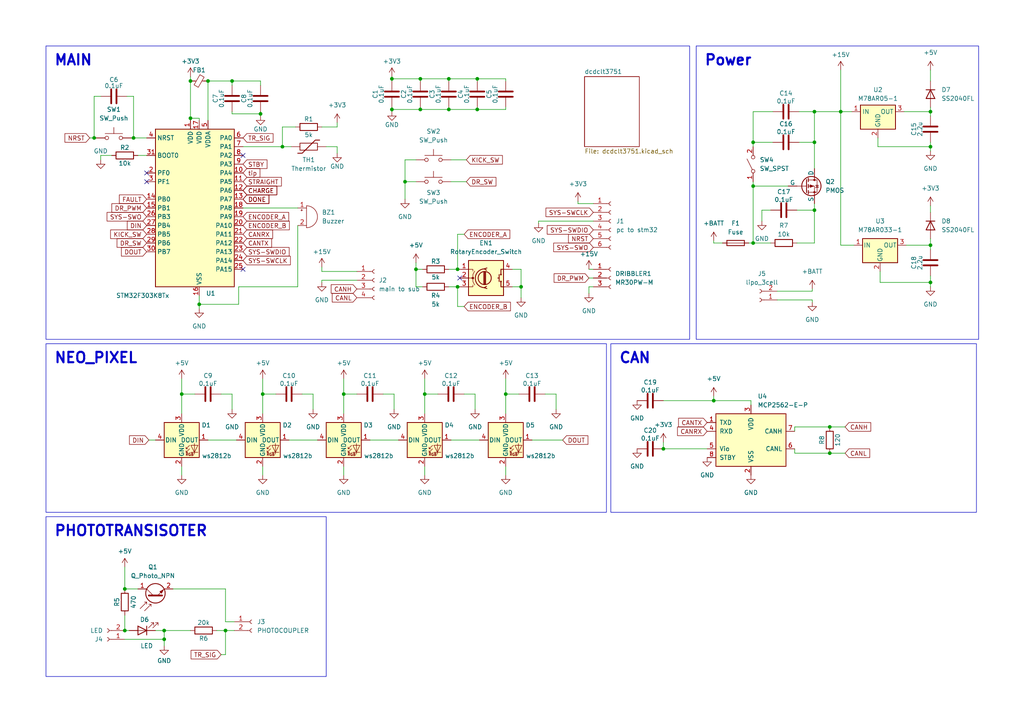
<source format=kicad_sch>
(kicad_sch (version 20230121) (generator eeschema)
  (paper "A4")
  (title_block (title "ssl_subboard_v1.0") (date "2023-11-7") (company "Ri-one_SSL") (comment 1 "made by Kotaro OCHIISHI"))
  (lib_symbols
    (symbol "Connector:Conn_01x02_Socket" (pin_names (offset 1.016) hide)
      (property "Reference" "J" (at 0 2.54 0))
      (property "Value" "Conn_01x02_Socket" (at 0 -5.08 0))
      (symbol "Conn_01x02_Socket_1_1"
        (pin passive line (at -5.08 0 0) (length 3.81) (name "Pin_1") (number "1"))
        (pin passive line (at -5.08 -2.54 0) (length 3.81) (name "Pin_2") (number "2"))
      )
    )
    (symbol "Connector:Conn_01x03_Socket" (pin_names (offset 1.016) hide)
      (property "Reference" "J" (at 0 5.08 0))
      (property "Value" "Conn_01x03_Socket" (at 0 -5.08 0))
      (symbol "Conn_01x03_Socket_1_1"
        (pin passive line (at -5.08 2.54 0) (length 3.81) (name "Pin_1") (number "1"))
        (pin passive line (at -5.08 0 0) (length 3.81) (name "Pin_2") (number "2"))
        (pin passive line (at -5.08 -2.54 0) (length 3.81) (name "Pin_3") (number "3"))
      )
    )
    (symbol "Connector:Conn_01x04_Socket" (pin_names (offset 1.016) hide)
      (property "Reference" "J" (at 0 5.08 0))
      (property "Value" "Conn_01x04_Socket" (at 0 -7.62 0))
      (symbol "Conn_01x04_Socket_1_1"
        (pin passive line (at -5.08 2.54 0) (length 3.81) (name "Pin_1") (number "1"))
        (pin passive line (at -5.08 0 0) (length 3.81) (name "Pin_2") (number "2"))
        (pin passive line (at -5.08 -2.54 0) (length 3.81) (name "Pin_3") (number "3"))
        (pin passive line (at -5.08 -5.08 0) (length 3.81) (name "Pin_4") (number "4"))
      )
    )
    (symbol "Connector:Conn_01x06_Socket" (pin_names (offset 1.016) hide)
      (property "Reference" "J" (at 0 7.62 0))
      (property "Value" "Conn_01x06_Socket" (at 0 -10.16 0))
      (symbol "Conn_01x06_Socket_1_1"
        (pin passive line (at -5.08 5.08 0) (length 3.81) (name "Pin_1") (number "1"))
        (pin passive line (at -5.08 2.54 0) (length 3.81) (name "Pin_2") (number "2"))
        (pin passive line (at -5.08 0 0) (length 3.81) (name "Pin_3") (number "3"))
        (pin passive line (at -5.08 -2.54 0) (length 3.81) (name "Pin_4") (number "4"))
        (pin passive line (at -5.08 -5.08 0) (length 3.81) (name "Pin_5") (number "5"))
        (pin passive line (at -5.08 -7.62 0) (length 3.81) (name "Pin_6") (number "6"))
      )
    )
    (symbol "Converter_DCDC:OKI-78SR-3.3_1.5-W36-C"
      (property "Reference" "U" (at -3.81 3.175 0))
      (property "Value" "OKI-78SR-3.3_1.5-W36-C" (at 0 3.175 0))
      (symbol "OKI-78SR-3.3_1.5-W36-C_1_1"
        (pin power_in line (at -7.62 0 0) (length 2.54) (name "IN") (number "1"))
        (pin power_in line (at 0 -7.62 90) (length 2.54) (name "GND") (number "2"))
        (pin power_out line (at 7.62 0 180) (length 2.54) (name "OUT") (number "3"))
      )
    )
    (symbol "Device:Buzzer" (pin_names (offset 0.0254) hide)
      (property "Reference" "BZ" (at 3.81 1.27 0))
      (property "Value" "Buzzer" (at 3.81 -1.27 0))
      (symbol "Buzzer_1_1"
        (pin passive line (at -2.54 2.54 0) (length 2.54) (name "-") (number "1"))
        (pin passive line (at -2.54 -2.54 0) (length 2.54) (name "+") (number "2"))
      )
    )
    (symbol "Device:C" (pin_numbers hide) (pin_names (offset 0.254))
      (property "Reference" "C" (at 0.635 2.54 0))
      (property "Value" "C" (at 0.635 -2.54 0))
      (symbol "C_1_1"
        (pin passive line (at 0 3.81 270) (length 2.794) (name "~") (number "1"))
        (pin passive line (at 0 -3.81 90) (length 2.794) (name "~") (number "2"))
      )
    )
    (symbol "Device:FerriteBead_Small" (pin_numbers hide) (pin_names (offset 0))
      (property "Reference" "FB" (at 1.905 1.27 0))
      (property "Value" "FerriteBead_Small" (at 1.905 -1.27 0))
      (symbol "FerriteBead_Small_1_1"
        (pin passive line (at 0 2.54 270) (length 1.27) (name "~") (number "1"))
        (pin passive line (at 0 -2.54 90) (length 1.27) (name "~") (number "2"))
      )
    )
    (symbol "Device:Fuse" (pin_numbers hide) (pin_names (offset 0))
      (property "Reference" "F" (at 2.032 0 90))
      (property "Value" "Fuse" (at -1.905 0 90))
      (symbol "Fuse_1_1"
        (pin passive line (at 0 3.81 270) (length 1.27) (name "~") (number "1"))
        (pin passive line (at 0 -3.81 90) (length 1.27) (name "~") (number "2"))
      )
    )
    (symbol "Device:LED" (pin_numbers hide) (pin_names (offset 1.016) hide)
      (property "Reference" "D" (at 0 2.54 0))
      (property "Value" "LED" (at 0 -2.54 0))
      (symbol "LED_1_1"
        (pin passive line (at -3.81 0 0) (length 2.54) (name "K") (number "1"))
        (pin passive line (at 3.81 0 180) (length 2.54) (name "A") (number "2"))
      )
    )
    (symbol "Device:Q_Photo_NPN" (pin_names (offset 0) hide)
      (property "Reference" "Q" (at 5.08 1.27 0))
      (property "Value" "Q_Photo_NPN" (at 5.08 -1.27 0))
      (symbol "Q_Photo_NPN_1_1"
        (pin passive line (at 2.54 5.08 270) (length 2.54) (name "C") (number "1"))
        (pin passive line (at 2.54 -5.08 90) (length 2.54) (name "E") (number "2"))
      )
    )
    (symbol "Device:R" (pin_numbers hide) (pin_names (offset 0))
      (property "Reference" "R" (at 2.032 0 90))
      (property "Value" "R" (at 0 0 90))
      (symbol "R_1_1"
        (pin passive line (at 0 3.81 270) (length 1.27) (name "~") (number "1"))
        (pin passive line (at 0 -3.81 90) (length 1.27) (name "~") (number "2"))
      )
    )
    (symbol "Device:RotaryEncoder_Switch" (pin_names (offset 0.254) hide)
      (property "Reference" "EN1" (at 0 10.16 0))
      (property "Value" "RotaryEncoder_Switch" (at 0 7.62 0))
      (symbol "RotaryEncoder_Switch_1_1"
        (pin passive line (at -7.62 2.54 0) (length 2.54) (name "A") (number "1"))
        (pin passive line (at -7.62 0 0) (length 2.54) (name "C") (number "2"))
        (pin passive line (at -7.62 -2.54 0) (length 2.54) (name "B") (number "3"))
        (pin passive line (at 7.62 2.54 180) (length 2.54) (name "S1") (number "4"))
        (pin passive line (at 7.62 -2.54 180) (length 2.54) (name "S2") (number "5"))
      )
    )
    (symbol "Device:Thermistor" (pin_numbers hide) (pin_names (offset 0))
      (property "Reference" "TH" (at 2.54 1.27 90))
      (property "Value" "Thermistor" (at -2.54 0 90))
      (symbol "Thermistor_1_1"
        (pin passive line (at 0 5.08 270) (length 2.54) (name "~") (number "1"))
        (pin passive line (at 0 -5.08 90) (length 2.54) (name "~") (number "2"))
      )
    )
    (symbol "Diode:1N4148W" (pin_numbers hide) (pin_names hide)
      (property "Reference" "D" (at 0 2.54 0))
      (property "Value" "1N4148W" (at 0 -2.54 0))
      (symbol "1N4148W_1_1"
        (pin passive line (at -3.81 0 0) (length 2.54) (name "K") (number "1"))
        (pin passive line (at 3.81 0 180) (length 2.54) (name "A") (number "2"))
      )
    )
    (symbol "Interface_CAN_LIN:MCP2562-E-P" (pin_names (offset 1.016))
      (property "Reference" "U" (at -10.16 8.89 0))
      (property "Value" "MCP2562-E-P" (at 2.54 8.89 0))
      (symbol "MCP2562-E-P_1_1"
        (pin input line (at -12.7 5.08 0) (length 2.54) (name "TXD") (number "1"))
        (pin power_in line (at 0 -10.16 90) (length 2.54) (name "VSS") (number "2"))
        (pin power_in line (at 0 10.16 270) (length 2.54) (name "VDD") (number "3"))
        (pin output line (at -12.7 2.54 0) (length 2.54) (name "RXD") (number "4"))
        (pin power_in line (at -12.7 -2.54 0) (length 2.54) (name "Vio") (number "5"))
        (pin bidirectional line (at 12.7 -2.54 180) (length 2.54) (name "CANL") (number "6"))
        (pin bidirectional line (at 12.7 2.54 180) (length 2.54) (name "CANH") (number "7"))
        (pin input line (at -12.7 -5.08 0) (length 2.54) (name "STBY") (number "8"))
      )
    )
    (symbol "LED:NeoPixel_THT" (pin_names (offset 0.254))
      (property "Reference" "D" (at 5.08 5.715 0))
      (property "Value" "NeoPixel_THT" (at 1.27 -5.715 0))
      (symbol "NeoPixel_THT_0_0"
        (text "RGB" (at 2.286 -4.191 0) (effects (font (size 0.762 0.762))))
      )
      (symbol "NeoPixel_THT_1_1"
        (pin output line (at 7.62 0 180) (length 2.54) (name "DOUT") (number "1"))
        (pin power_in line (at 0 -7.62 90) (length 2.54) (name "GND") (number "2"))
        (pin power_in line (at 0 7.62 270) (length 2.54) (name "VDD") (number "3"))
        (pin input line (at -7.62 0 0) (length 2.54) (name "DIN") (number "4"))
      )
    )
    (symbol "MCU_ST_STM32F3:STM32F303K8Tx"
      (property "Reference" "U" (at -10.16 24.13 0))
      (property "Value" "STM32F303K8Tx" (at 7.62 24.13 0))
      (symbol "STM32F303K8Tx_1_1"
        (pin power_in line (at 0 25.4 270) (length 2.54) (name "VDD") (number "1"))
        (pin bidirectional line (at 15.24 10.16 180) (length 2.54) (name "PA4") (number "10"))
        (pin bidirectional line (at 15.24 7.62 180) (length 2.54) (name "PA5") (number "11"))
        (pin bidirectional line (at 15.24 5.08 180) (length 2.54) (name "PA6") (number "12"))
        (pin bidirectional line (at 15.24 2.54 180) (length 2.54) (name "PA7") (number "13"))
        (pin bidirectional line (at -12.7 2.54 0) (length 2.54) (name "PB0") (number "14"))
        (pin bidirectional line (at -12.7 0 0) (length 2.54) (name "PB1") (number "15"))
        (pin power_in line (at 2.54 -25.4 90) (length 2.54) (name "VSS") (number "16"))
        (pin power_in line (at 2.54 25.4 270) (length 2.54) (name "VDD") (number "17"))
        (pin bidirectional line (at 15.24 0 180) (length 2.54) (name "PA8") (number "18"))
        (pin bidirectional line (at 15.24 -2.54 180) (length 2.54) (name "PA9") (number "19"))
        (pin bidirectional line (at -12.7 10.16 0) (length 2.54) (name "PF0") (number "2"))
        (pin bidirectional line (at 15.24 -5.08 180) (length 2.54) (name "PA10") (number "20"))
        (pin bidirectional line (at 15.24 -7.62 180) (length 2.54) (name "PA11") (number "21"))
        (pin bidirectional line (at 15.24 -10.16 180) (length 2.54) (name "PA12") (number "22"))
        (pin bidirectional line (at 15.24 -12.7 180) (length 2.54) (name "PA13") (number "23"))
        (pin bidirectional line (at 15.24 -15.24 180) (length 2.54) (name "PA14") (number "24"))
        (pin bidirectional line (at 15.24 -17.78 180) (length 2.54) (name "PA15") (number "25"))
        (pin bidirectional line (at -12.7 -2.54 0) (length 2.54) (name "PB3") (number "26"))
        (pin bidirectional line (at -12.7 -5.08 0) (length 2.54) (name "PB4") (number "27"))
        (pin bidirectional line (at -12.7 -7.62 0) (length 2.54) (name "PB5") (number "28"))
        (pin bidirectional line (at -12.7 -10.16 0) (length 2.54) (name "PB6") (number "29"))
        (pin bidirectional line (at -12.7 7.62 0) (length 2.54) (name "PF1") (number "3"))
        (pin bidirectional line (at -12.7 -12.7 0) (length 2.54) (name "PB7") (number "30"))
        (pin input line (at -12.7 15.24 0) (length 2.54) (name "BOOT0") (number "31"))
        (pin passive line (at 2.54 -25.4 90) (length 2.54) hide (name "VSS") (number "32"))
        (pin input line (at -12.7 20.32 0) (length 2.54) (name "NRST") (number "4"))
        (pin power_in line (at 5.08 25.4 270) (length 2.54) (name "VDDA") (number "5"))
        (pin bidirectional line (at 15.24 20.32 180) (length 2.54) (name "PA0") (number "6"))
        (pin bidirectional line (at 15.24 17.78 180) (length 2.54) (name "PA1") (number "7"))
        (pin bidirectional line (at 15.24 15.24 180) (length 2.54) (name "PA2") (number "8"))
        (pin bidirectional line (at 15.24 12.7 180) (length 2.54) (name "PA3") (number "9"))
      )
    )
    (symbol "Regulator_Linear:LM78L05_SO8" (pin_names (offset 0.254))
      (property "Reference" "U2" (at 0 6.985 0))
      (property "Value" "M78AR033-1" (at 0 4.445 0))
      (symbol "LM78L05_SO8_1_1"
        (pin power_in line (at -7.62 0 0) (length 2.54) (name "IN") (number "1"))
        (pin power_in line (at 0 -7.62 90) (length 2.54) (name "GND") (number "2"))
        (pin power_out line (at 7.62 0 180) (length 2.54) (name "OUT") (number "3"))
        (pin no_connect line (at -5.08 -2.54 0) (length 2.54) hide (name "NC") (number "4"))
        (pin no_connect line (at 5.08 -2.54 180) (length 2.54) hide (name "NC") (number "5"))
      )
    )
    (symbol "Simulation_SPICE:PMOS" (pin_numbers hide) (pin_names (offset 0))
      (property "Reference" "Q" (at 5.08 1.27 0))
      (property "Value" "PMOS" (at 5.08 -1.27 0))
      (symbol "PMOS_1_1"
        (pin passive line (at 2.54 5.08 270) (length 2.54) (name "D") (number "1"))
        (pin input line (at -5.08 0 0) (length 2.54) (name "G") (number "2"))
        (pin passive line (at 2.54 -5.08 90) (length 2.54) (name "S") (number "3"))
      )
    )
    (symbol "Switch:SW_Push" (pin_numbers hide) (pin_names (offset 1.016) hide)
      (property "Reference" "SW" (at 1.27 2.54 0))
      (property "Value" "SW_Push" (at 0 -1.524 0))
      (symbol "SW_Push_0_1"
        (pin passive line (at -5.08 0 0) (length 2.54) (name "1") (number "1"))
        (pin passive line (at 5.08 0 180) (length 2.54) (name "2") (number "2"))
      )
    )
    (symbol "Switch:SW_SPST" (pin_names (offset 0) hide)
      (property "Reference" "SW" (at 0 3.175 0))
      (property "Value" "SW_SPST" (at 0 -2.54 0))
      (symbol "SW_SPST_1_1"
        (pin passive line (at -5.08 0 0) (length 2.54) (name "A") (number "1"))
        (pin passive line (at 5.08 0 180) (length 2.54) (name "B") (number "2"))
      )
    )
    (symbol "power:+15V" (power) (pin_names (offset 0))
      (property "Value" "+15V" (at 0 3.556 0))
      (symbol "+15V_1_1"
        (pin power_in line (at 0 0 90) (length 0) hide (name "+15V") (number "1"))
      )
    )
    (symbol "power:+3V3" (power) (pin_names (offset 0))
      (property "Value" "+3V3" (at 0 3.556 0))
      (symbol "+3V3_1_1"
        (pin power_in line (at 0 0 90) (length 0) hide (name "+3V3") (number "1"))
      )
    )
    (symbol "power:+5V" (power) (pin_names (offset 0))
      (property "Value" "+5V" (at 0 3.556 0))
      (symbol "+5V_1_1"
        (pin power_in line (at 0 0 90) (length 0) hide (name "+5V") (number "1"))
      )
    )
    (symbol "power:+BATT" (power) (pin_names (offset 0))
      (property "Value" "+BATT" (at 0 3.556 0))
      (symbol "+BATT_1_1"
        (pin power_in line (at 0 0 90) (length 0) hide (name "+BATT") (number "1"))
      )
    )
    (symbol "power:GND" (power) (pin_names (offset 0))
      (property "Value" "GND" (at 0 -3.81 0))
      (symbol "GND_1_1"
        (pin power_in line (at 0 0 270) (length 0) hide (name "GND") (number "1"))
      )
    )
  )
  (junction (at 236.22 60.96))
  (junction (at 151.13 83.185))
  (junction (at 138.43 31.75))
  (junction (at 52.705 114.3))
  (junction (at 269.875 42.545))
  (junction (at 218.44 41.275))
  (junction (at 236.22 32.385))
  (junction (at 218.44 70.485))
  (junction (at 65.405 182.88))
  (junction (at 38.735 40.005))
  (junction (at 55.245 23.495))
  (junction (at 47.625 185.42))
  (junction (at 138.43 22.86))
  (junction (at 121.92 31.75))
  (junction (at 240.665 123.825))
  (junction (at 207.01 116.205))
  (junction (at 113.665 22.86))
  (junction (at 130.175 31.75))
  (junction (at 75.565 33.02))
  (junction (at 76.2 114.3))
  (junction (at 236.22 41.275))
  (junction (at 269.875 81.915))
  (junction (at 57.785 88.265))
  (junction (at 192.405 130.175))
  (junction (at 132.715 83.185))
  (junction (at 81.915 42.545))
  (junction (at 146.685 114.3))
  (junction (at 117.475 52.705))
  (junction (at 269.875 71.12))
  (junction (at 60.325 23.495))
  (junction (at 132.715 78.105))
  (junction (at 113.665 31.75))
  (junction (at 36.195 170.815))
  (junction (at 36.195 182.88))
  (junction (at 269.875 32.385))
  (junction (at 67.31 23.495))
  (junction (at 47.625 182.88))
  (junction (at 130.175 22.86))
  (junction (at 55.245 34.29))
  (junction (at 99.695 114.3))
  (junction (at 123.19 114.3))
  (junction (at 240.665 131.445))
  (junction (at 120.65 78.105))
  (junction (at 243.84 32.385))
  (junction (at 27.305 40.005))
  (junction (at 121.92 22.86))
  (junction (at 218.44 53.975))
  (no_connect (at 70.485 45.085))
  (no_connect (at 42.545 50.165))
  (no_connect (at 42.545 52.705))
  (no_connect (at 70.485 78.105))
  (no_connect (at 133.35 80.645))
  (wire (pts (xy 113.665 22.225) (xy 113.665 22.86)))
  (wire (pts (xy 132.715 88.9) (xy 134.62 88.9)))
  (wire (pts (xy 217.17 70.485) (xy 218.44 70.485)))
  (wire (pts (xy 90.805 114.3) (xy 87.63 114.3)))
  (wire (pts (xy 93.345 78.74) (xy 103.505 78.74)))
  (wire (pts (xy 243.84 20.32) (xy 243.84 32.385)))
  (wire (pts (xy 93.345 81.915) (xy 93.345 81.28)))
  (wire (pts (xy 207.01 114.935) (xy 207.01 116.205)))
  (wire (pts (xy 146.685 22.86) (xy 146.685 23.495)))
  (wire (pts (xy 218.44 41.275) (xy 218.44 32.385)))
  (wire (pts (xy 120.65 78.105) (xy 120.65 83.185)))
  (wire (pts (xy 36.195 185.42) (xy 47.625 185.42)))
  (wire (pts (xy 38.735 40.005) (xy 42.545 40.005)))
  (wire (pts (xy 29.21 27.94) (xy 27.305 27.94)))
  (wire (pts (xy 170.815 80.645) (xy 172.085 80.645)))
  (wire (pts (xy 151.13 83.185) (xy 151.13 86.36)))
  (wire (pts (xy 161.29 118.745) (xy 161.29 114.3)))
  (wire (pts (xy 81.915 42.545) (xy 84.455 42.545)))
  (wire (pts (xy 170.815 78.105) (xy 172.085 78.105)))
  (wire (pts (xy 207.01 116.205) (xy 217.805 116.205)))
  (wire (pts (xy 235.585 84.455) (xy 235.585 83.82)))
  (wire (pts (xy 117.475 46.355) (xy 117.475 52.705)))
  (wire (pts (xy 38.735 27.94) (xy 38.735 40.005)))
  (wire (pts (xy 43.18 127.635) (xy 45.085 127.635)))
  (wire (pts (xy 220.98 60.96) (xy 220.98 64.135)))
  (wire (pts (xy 269.875 41.275) (xy 269.875 42.545)))
  (wire (pts (xy 36.83 27.94) (xy 38.735 27.94)))
  (wire (pts (xy 67.31 23.495) (xy 67.31 24.765)))
  (wire (pts (xy 99.695 135.255) (xy 99.695 137.795)))
  (wire (pts (xy 156.21 64.135) (xy 156.21 64.77)))
  (wire (pts (xy 218.44 70.485) (xy 223.52 70.485)))
  (wire (pts (xy 40.005 45.085) (xy 42.545 45.085)))
  (wire (pts (xy 161.29 114.3) (xy 158.115 114.3)))
  (wire (pts (xy 60.325 23.495) (xy 67.31 23.495)))
  (wire (pts (xy 55.245 22.225) (xy 55.245 23.495)))
  (wire (pts (xy 269.875 42.545) (xy 254.635 42.545)))
  (wire (pts (xy 132.715 67.945) (xy 132.715 78.105)))
  (wire (pts (xy 236.22 60.96) (xy 236.22 70.485)))
  (wire (pts (xy 75.565 32.385) (xy 75.565 33.02)))
  (wire (pts (xy 205.105 130.175) (xy 192.405 130.175)))
  (wire (pts (xy 231.775 32.385) (xy 236.22 32.385)))
  (wire (pts (xy 99.695 114.3) (xy 99.695 120.015)))
  (wire (pts (xy 117.475 52.705) (xy 120.65 52.705)))
  (wire (pts (xy 146.685 135.255) (xy 146.685 137.795)))
  (wire (pts (xy 240.665 123.825) (xy 230.505 123.825)))
  (wire (pts (xy 130.175 83.185) (xy 132.715 83.185)))
  (wire (pts (xy 47.625 182.88) (xy 47.625 185.42)))
  (wire (pts (xy 121.92 31.115) (xy 121.92 31.75)))
  (wire (pts (xy 269.875 69.215) (xy 269.875 71.12)))
  (wire (pts (xy 207.01 70.485) (xy 207.01 69.85)))
  (wire (pts (xy 236.22 41.275) (xy 231.775 41.275)))
  (wire (pts (xy 37.465 182.88) (xy 36.195 182.88)))
  (wire (pts (xy 123.19 135.255) (xy 123.19 137.795)))
  (wire (pts (xy 172.085 59.055) (xy 167.64 59.055)))
  (wire (pts (xy 235.585 86.995) (xy 235.585 87.63)))
  (wire (pts (xy 192.405 128.27) (xy 192.405 130.175)))
  (wire (pts (xy 107.315 127.635) (xy 115.57 127.635)))
  (wire (pts (xy 97.79 35.56) (xy 97.79 36.83)))
  (wire (pts (xy 254.635 40.005) (xy 254.635 42.545)))
  (wire (pts (xy 269.875 81.915) (xy 269.875 83.185)))
  (wire (pts (xy 130.81 127.635) (xy 139.065 127.635)))
  (wire (pts (xy 138.43 22.86) (xy 146.685 22.86)))
  (wire (pts (xy 151.13 83.185) (xy 148.59 83.185)))
  (wire (pts (xy 121.92 22.86) (xy 130.175 22.86)))
  (wire (pts (xy 243.84 32.385) (xy 247.015 32.385)))
  (wire (pts (xy 83.82 127.635) (xy 92.075 127.635)))
  (wire (pts (xy 137.795 118.745) (xy 137.795 114.3)))
  (wire (pts (xy 209.55 70.485) (xy 207.01 70.485)))
  (wire (pts (xy 148.59 78.105) (xy 151.13 78.105)))
  (wire (pts (xy 75.565 23.495) (xy 75.565 24.765)))
  (wire (pts (xy 76.2 135.255) (xy 76.2 137.795)))
  (wire (pts (xy 67.31 114.3) (xy 64.135 114.3)))
  (wire (pts (xy 75.565 33.02) (xy 67.31 33.02)))
  (wire (pts (xy 55.245 34.29) (xy 55.245 34.925)))
  (wire (pts (xy 90.805 118.745) (xy 90.805 114.3)))
  (wire (pts (xy 138.43 31.115) (xy 138.43 31.75)))
  (wire (pts (xy 120.65 83.185) (xy 122.555 83.185)))
  (wire (pts (xy 93.345 77.47) (xy 93.345 78.74)))
  (wire (pts (xy 55.245 182.88) (xy 47.625 182.88)))
  (wire (pts (xy 269.875 32.385) (xy 262.255 32.385)))
  (wire (pts (xy 70.485 42.545) (xy 81.915 42.545)))
  (wire (pts (xy 137.795 114.3) (xy 134.62 114.3)))
  (wire (pts (xy 132.715 83.185) (xy 132.715 88.9)))
  (wire (pts (xy 36.195 170.815) (xy 40.005 170.815)))
  (wire (pts (xy 146.685 109.855) (xy 146.685 114.3)))
  (wire (pts (xy 76.2 109.855) (xy 76.2 114.3)))
  (wire (pts (xy 52.705 114.3) (xy 56.515 114.3)))
  (wire (pts (xy 113.665 31.115) (xy 113.665 31.75)))
  (wire (pts (xy 130.175 22.86) (xy 130.175 23.495)))
  (wire (pts (xy 217.805 116.205) (xy 217.805 117.475)))
  (wire (pts (xy 247.65 71.12) (xy 243.84 71.12)))
  (wire (pts (xy 269.875 31.115) (xy 269.875 32.385)))
  (wire (pts (xy 167.64 59.055) (xy 167.64 58.42)))
  (wire (pts (xy 99.695 109.855) (xy 99.695 114.3)))
  (wire (pts (xy 65.405 170.815) (xy 65.405 180.34)))
  (wire (pts (xy 123.19 114.3) (xy 123.19 120.015)))
  (wire (pts (xy 65.405 189.865) (xy 64.135 189.865)))
  (wire (pts (xy 230.505 123.825) (xy 230.505 125.095)))
  (wire (pts (xy 81.915 36.83) (xy 85.725 36.83)))
  (wire (pts (xy 218.44 52.705) (xy 218.44 53.975)))
  (wire (pts (xy 65.405 182.88) (xy 65.405 189.865)))
  (wire (pts (xy 65.405 180.34) (xy 67.945 180.34)))
  (wire (pts (xy 113.665 31.75) (xy 113.665 32.385)))
  (wire (pts (xy 269.875 42.545) (xy 269.875 43.815)))
  (wire (pts (xy 138.43 22.86) (xy 138.43 23.495)))
  (wire (pts (xy 67.31 33.02) (xy 67.31 32.385)))
  (wire (pts (xy 130.175 78.105) (xy 132.715 78.105)))
  (wire (pts (xy 36.195 182.88) (xy 36.195 178.435)))
  (wire (pts (xy 269.875 71.12) (xy 269.875 72.39)))
  (wire (pts (xy 29.21 45.085) (xy 29.21 46.355)))
  (wire (pts (xy 170.815 85.09) (xy 170.815 83.185)))
  (wire (pts (xy 76.2 114.3) (xy 80.01 114.3)))
  (wire (pts (xy 146.685 114.3) (xy 150.495 114.3)))
  (wire (pts (xy 138.43 31.75) (xy 146.685 31.75)))
  (wire (pts (xy 81.915 36.83) (xy 81.915 42.545)))
  (wire (pts (xy 130.81 46.355) (xy 135.255 46.355)))
  (wire (pts (xy 151.13 78.105) (xy 151.13 83.185)))
  (wire (pts (xy 114.3 118.745) (xy 114.3 114.3)))
  (wire (pts (xy 60.325 127.635) (xy 68.58 127.635)))
  (wire (pts (xy 123.19 114.3) (xy 127 114.3)))
  (wire (pts (xy 27.305 40.005) (xy 27.94 40.005)))
  (wire (pts (xy 132.715 67.945) (xy 134.62 67.945)))
  (wire (pts (xy 52.705 135.255) (xy 52.705 137.795)))
  (wire (pts (xy 70.485 60.325) (xy 86.36 60.325)))
  (wire (pts (xy 230.505 130.175) (xy 230.505 131.445)))
  (wire (pts (xy 132.715 78.105) (xy 133.35 78.105)))
  (wire (pts (xy 154.305 127.635) (xy 163.195 127.635)))
  (wire (pts (xy 121.92 22.86) (xy 121.92 23.495)))
  (wire (pts (xy 36.195 164.465) (xy 36.195 170.815)))
  (wire (pts (xy 255.27 81.915) (xy 269.875 81.915)))
  (wire (pts (xy 117.475 46.355) (xy 120.65 46.355)))
  (wire (pts (xy 55.245 23.495) (xy 55.245 34.29)))
  (wire (pts (xy 130.81 52.705) (xy 135.255 52.705)))
  (wire (pts (xy 243.84 71.12) (xy 243.84 32.385)))
  (wire (pts (xy 27.305 27.94) (xy 27.305 40.005)))
  (wire (pts (xy 123.19 109.855) (xy 123.19 114.3)))
  (wire (pts (xy 57.785 34.925) (xy 57.785 34.29)))
  (wire (pts (xy 50.165 170.815) (xy 65.405 170.815)))
  (wire (pts (xy 269.875 81.915) (xy 269.875 80.01)))
  (wire (pts (xy 130.175 31.75) (xy 138.43 31.75)))
  (wire (pts (xy 218.44 41.275) (xy 218.44 42.545)))
  (wire (pts (xy 236.22 32.385) (xy 243.84 32.385)))
  (wire (pts (xy 47.625 182.88) (xy 45.085 182.88)))
  (wire (pts (xy 113.665 22.86) (xy 113.665 23.495)))
  (wire (pts (xy 86.36 65.405) (xy 86.36 83.185)))
  (wire (pts (xy 99.695 114.3) (xy 103.505 114.3)))
  (wire (pts (xy 69.215 83.185) (xy 69.215 88.265)))
  (wire (pts (xy 146.685 114.3) (xy 146.685 120.015)))
  (wire (pts (xy 47.625 185.42) (xy 47.625 187.325)))
  (wire (pts (xy 69.215 83.185) (xy 86.36 83.185)))
  (wire (pts (xy 67.31 23.495) (xy 75.565 23.495)))
  (wire (pts (xy 225.425 86.995) (xy 235.585 86.995)))
  (wire (pts (xy 122.555 78.105) (xy 120.65 78.105)))
  (wire (pts (xy 224.155 41.275) (xy 218.44 41.275)))
  (wire (pts (xy 240.665 131.445) (xy 245.11 131.445)))
  (wire (pts (xy 236.22 48.895) (xy 236.22 41.275)))
  (wire (pts (xy 240.665 123.825) (xy 245.11 123.825)))
  (wire (pts (xy 62.865 182.88) (xy 65.405 182.88)))
  (wire (pts (xy 113.665 22.86) (xy 121.92 22.86)))
  (wire (pts (xy 120.65 76.2) (xy 120.65 78.105)))
  (wire (pts (xy 225.425 84.455) (xy 235.585 84.455)))
  (wire (pts (xy 146.685 31.75) (xy 146.685 31.115)))
  (wire (pts (xy 255.27 78.74) (xy 255.27 81.915)))
  (wire (pts (xy 170.815 83.185) (xy 172.085 83.185)))
  (wire (pts (xy 269.875 32.385) (xy 269.875 33.655)))
  (wire (pts (xy 65.405 182.88) (xy 67.945 182.88)))
  (wire (pts (xy 97.79 42.545) (xy 97.79 44.45)))
  (wire (pts (xy 230.505 131.445) (xy 240.665 131.445)))
  (wire (pts (xy 57.785 88.265) (xy 57.785 89.535)))
  (wire (pts (xy 172.085 64.135) (xy 156.21 64.135)))
  (wire (pts (xy 192.405 116.205) (xy 207.01 116.205)))
  (wire (pts (xy 97.79 36.83) (xy 93.345 36.83)))
  (wire (pts (xy 269.875 59.69) (xy 269.875 61.595)))
  (wire (pts (xy 117.475 52.705) (xy 117.475 57.785)))
  (wire (pts (xy 114.3 114.3) (xy 111.125 114.3)))
  (wire (pts (xy 236.22 59.055) (xy 236.22 60.96)))
  (wire (pts (xy 236.22 32.385) (xy 236.22 41.275)))
  (wire (pts (xy 113.665 31.75) (xy 121.92 31.75)))
  (wire (pts (xy 269.875 20.32) (xy 269.875 23.495)))
  (wire (pts (xy 38.1 40.005) (xy 38.735 40.005)))
  (wire (pts (xy 218.44 70.485) (xy 218.44 53.975)))
  (wire (pts (xy 218.44 32.385) (xy 224.155 32.385)))
  (wire (pts (xy 26.035 40.005) (xy 27.305 40.005)))
  (wire (pts (xy 132.715 83.185) (xy 133.35 83.185)))
  (wire (pts (xy 218.44 53.975) (xy 228.6 53.975)))
  (wire (pts (xy 130.175 31.115) (xy 130.175 31.75)))
  (wire (pts (xy 32.385 45.085) (xy 29.21 45.085)))
  (wire (pts (xy 57.785 85.725) (xy 57.785 88.265)))
  (wire (pts (xy 121.92 31.75) (xy 130.175 31.75)))
  (wire (pts (xy 94.615 42.545) (xy 97.79 42.545)))
  (wire (pts (xy 76.2 114.3) (xy 76.2 120.015)))
  (wire (pts (xy 130.175 22.86) (xy 138.43 22.86)))
  (wire (pts (xy 93.345 81.28) (xy 103.505 81.28)))
  (wire (pts (xy 57.785 88.265) (xy 69.215 88.265)))
  (wire (pts (xy 67.31 118.745) (xy 67.31 114.3)))
  (wire (pts (xy 75.565 33.02) (xy 75.565 33.655)))
  (wire (pts (xy 231.14 60.96) (xy 236.22 60.96)))
  (wire (pts (xy 262.89 71.12) (xy 269.875 71.12)))
  (wire (pts (xy 52.705 114.3) (xy 52.705 120.015)))
  (wire (pts (xy 60.325 23.495) (xy 60.325 34.925)))
  (wire (pts (xy 223.52 60.96) (xy 220.98 60.96)))
  (wire (pts (xy 52.705 109.855) (xy 52.705 114.3)))
  (wire (pts (xy 236.22 70.485) (xy 231.14 70.485)))
  (wire (pts (xy 57.785 34.29) (xy 55.245 34.29)))
  (text_box "PHOTOTRANSISOTER" (at 13.335 149.86 0) (size 81.28 46.355) (effects (font (size 3 3) (thickness 0.6) bold) (justify left top)))
  (text_box "NEO_PIXEL" (at 13.335 99.695 0) (size 162.56 48.895) (effects (font (size 3 3) (thickness 0.6) bold) (justify left top)))
  (text_box "MAIN" (at 13.335 13.335 0) (size 186.69 85.09) (effects (font (size 3 3) (thickness 0.6) bold) (justify left top)))
  (text_box "Power" (at 201.93 13.335 0) (size 81.915 85.09) (effects (font (size 3 3) (thickness 0.6) bold) (justify left top)))
  (text_box "CAN" (at 177.165 99.695 0) (size 106.045 48.895) (effects (font (size 3 3) (thickness 0.6) bold) (justify left top)))
  (global_label "tip" (shape input) (at 70.485 50.165 0) (property "Intersheetrefs" "${INTERSHEET_REFS}" (effects hide)))
  (global_label "KICK_SW" (shape input) (at 42.545 67.945 180) (property "Intersheetrefs" "${INTERSHEET_REFS}" (effects hide)))
  (global_label "NRST" (shape input) (at 26.035 40.005 180) (property "Intersheetrefs" "${INTERSHEET_REFS}" (effects hide)))
  (global_label "DONE" (shape input) (at 70.485 57.785 0) (property "Intersheetrefs" "${INTERSHEET_REFS}" (effects hide)))
  (global_label "STRAIGHT" (shape input) (at 70.485 52.705 0) (property "Intersheetrefs" "${INTERSHEET_REFS}" (effects hide)))
  (global_label "CANTX" (shape input) (at 70.485 70.485 0) (property "Intersheetrefs" "${INTERSHEET_REFS}" (effects hide)))
  (global_label "SYS-SWDIO" (shape input) (at 172.085 66.675 180) (property "Intersheetrefs" "${INTERSHEET_REFS}" (effects hide)))
  (global_label "ENCODER_B" (shape input) (at 70.485 65.405 0) (property "Intersheetrefs" "${INTERSHEET_REFS}" (effects hide)))
  (global_label "TR_SIG" (shape input) (at 70.485 40.005 0) (property "Intersheetrefs" "${INTERSHEET_REFS}" (effects hide)))
  (global_label "ENCODER_B" (shape input) (at 134.62 88.9 0) (property "Intersheetrefs" "${INTERSHEET_REFS}" (effects hide)))
  (global_label "DR_SW" (shape input) (at 42.545 70.485 180) (property "Intersheetrefs" "${INTERSHEET_REFS}" (effects hide)))
  (global_label "DR_SW" (shape input) (at 135.255 52.705 0) (property "Intersheetrefs" "${INTERSHEET_REFS}" (effects hide)))
  (global_label "SYS-SWO" (shape input) (at 172.085 71.755 180) (property "Intersheetrefs" "${INTERSHEET_REFS}" (effects hide)))
  (global_label "TR_SIG" (shape input) (at 64.135 189.865 180) (property "Intersheetrefs" "${INTERSHEET_REFS}" (effects hide)))
  (global_label "ENCODER_A" (shape input) (at 70.485 62.865 0) (property "Intersheetrefs" "${INTERSHEET_REFS}" (effects hide)))
  (global_label "CANH" (shape input) (at 245.11 123.825 0) (property "Intersheetrefs" "${INTERSHEET_REFS}" (effects hide)))
  (global_label "CANRX" (shape input) (at 205.105 125.095 180) (property "Intersheetrefs" "${INTERSHEET_REFS}" (effects hide)))
  (global_label "DOUT" (shape input) (at 42.545 73.025 180) (property "Intersheetrefs" "${INTERSHEET_REFS}" (effects hide)))
  (global_label "DR_PWM" (shape input) (at 170.815 80.645 180) (property "Intersheetrefs" "${INTERSHEET_REFS}" (effects hide)))
  (global_label "CANL" (shape input) (at 103.505 86.36 180) (property "Intersheetrefs" "${INTERSHEET_REFS}" (effects hide)))
  (global_label "STBY" (shape input) (at 70.485 47.625 0) (property "Intersheetrefs" "${INTERSHEET_REFS}" (effects hide)))
  (global_label "NRST" (shape input) (at 172.085 69.215 180) (property "Intersheetrefs" "${INTERSHEET_REFS}" (effects hide)))
  (global_label "FAULT" (shape input) (at 42.545 57.785 180) (property "Intersheetrefs" "${INTERSHEET_REFS}" (effects hide)))
  (global_label "CANTX" (shape input) (at 205.105 122.555 180) (property "Intersheetrefs" "${INTERSHEET_REFS}" (effects hide)))
  (global_label "KICK_SW" (shape input) (at 135.255 46.355 0) (property "Intersheetrefs" "${INTERSHEET_REFS}" (effects hide)))
  (global_label "DIN" (shape input) (at 42.545 65.405 180) (property "Intersheetrefs" "${INTERSHEET_REFS}" (effects hide)))
  (global_label "DR_PWM" (shape input) (at 42.545 60.325 180) (property "Intersheetrefs" "${INTERSHEET_REFS}" (effects hide)))
  (global_label "DIN" (shape input) (at 43.18 127.635 180) (property "Intersheetrefs" "${INTERSHEET_REFS}" (effects hide)))
  (global_label "CHARGE" (shape input) (at 70.485 55.245 0) (property "Intersheetrefs" "${INTERSHEET_REFS}" (effects hide)))
  (global_label "CHARGE" (shape input) (at 70.485 55.245 0) (property "Intersheetrefs" "${INTERSHEET_REFS}" (effects hide)))
  (global_label "DOUT" (shape input) (at 163.195 127.635 0) (property "Intersheetrefs" "${INTERSHEET_REFS}" (effects hide)))
  (global_label "CANH" (shape input) (at 103.505 83.82 180) (property "Intersheetrefs" "${INTERSHEET_REFS}" (effects hide)))
  (global_label "CANL" (shape input) (at 245.11 131.445 0) (property "Intersheetrefs" "${INTERSHEET_REFS}" (effects hide)))
  (global_label "ENCODER_A" (shape input) (at 134.62 67.945 0) (property "Intersheetrefs" "${INTERSHEET_REFS}" (effects hide)))
  (global_label "SYS-SWO" (shape input) (at 42.545 62.865 180) (property "Intersheetrefs" "${INTERSHEET_REFS}" (effects hide)))
  (global_label "SYS-SWDIO" (shape input) (at 70.485 73.025 0) (property "Intersheetrefs" "${INTERSHEET_REFS}" (effects hide)))
  (global_label "CANRX" (shape input) (at 70.485 67.945 0) (property "Intersheetrefs" "${INTERSHEET_REFS}" (effects hide)))
  (global_label "SYS-SWCLK" (shape input) (at 70.485 75.565 0) (property "Intersheetrefs" "${INTERSHEET_REFS}" (effects hide)))
  (global_label "DONE" (shape input) (at 70.485 57.785 0) (property "Intersheetrefs" "${INTERSHEET_REFS}" (effects hide)))
  (global_label "SYS-SWCLK" (shape input) (at 172.085 61.595 180) (property "Intersheetrefs" "${INTERSHEET_REFS}" (effects hide)))
  (symbol (lib_id "power:+3V3") (at 97.79 35.56 0) (unit 1)
    (property "Reference" "#PWR05" (effects hide))
    (property "Value" "+3V3" (at 97.79 30.48 0))
  )
  (symbol (lib_id "power:+3V3") (at 113.665 22.225 0) (unit 1)
    (property "Reference" "#PWR02" (effects hide))
    (property "Value" "+3V3" (at 113.665 17.78 0))
  )
  (symbol (lib_id "Switch:SW_Push") (at 125.73 46.355 0) (unit 1)
    (property "Reference" "SW2" (at 125.73 38.1 0))
    (property "Value" "SW_Push" (at 125.73 40.64 0))
    (property "Footprint" "Button_Switch_SMD:SW_SPST_B3U-1000P-B" (effects hide))
  )
  (symbol (lib_id "Device:C") (at 60.325 114.3 90) (unit 1)
    (property "Reference" "C9" (at 60.325 108.966 90))
    (property "Value" "0.1uF" (at 60.325 111.252 90))
    (property "Footprint" "C_0603_1608Metric" (effects hide))
  )
  (symbol (lib_id "MCU_ST_STM32F3:STM32F303K8Tx") (at 55.245 60.325 0) (unit 1)
    (property "Reference" "U1" (at 59.7409 85.09 0) (effects (justify left)))
    (property "Value" "STM32F303K8Tx" (at 33.655 85.725 0) (effects (justify left)))
    (property "Footprint" "Package_QFP:LQFP-32_7x7mm_P0.8mm" (effects hide))
    (property "Datasheet" "https://www.st.com/resource/en/datasheet/stm32f303k8.pdf" (effects hide))
  )
  (symbol (lib_id "power:+BATT") (at 207.01 69.85 0) (unit 1)
    (property "Reference" "#PWR040" (effects hide))
    (property "Value" "+BATT" (at 207.01 64.77 0))
  )
  (symbol (lib_id "Device:C") (at 33.02 27.94 90) (unit 1)
    (property "Reference" "C6" (at 33.02 23.114 90))
    (property "Value" "0.1uF" (at 33.02 24.892 90))
    (property "Footprint" "C_0603_1608Metric" (effects hide))
  )
  (symbol (lib_id "Connector:Conn_01x02_Socket") (at 73.025 180.34 0) (unit 1)
    (property "Reference" "J3" (at 74.549 180.34 0) (effects (justify left)))
    (property "Value" "PHOTOCOUPLER" (at 74.549 182.88 0) (effects (justify left)))
    (property "Footprint" "LED_SMD:LED_0603_1608Metric" (effects hide))
  )
  (symbol (lib_id "power:GND") (at 156.21 64.77 0) (unit 1)
    (property "Reference" "#PWR010" (effects hide))
    (property "Value" "GND" (at 156.21 69.85 0))
  )
  (symbol (lib_id "power:+3V3") (at 269.875 59.69 0) (unit 1)
    (property "Reference" "#PWR038" (effects hide))
    (property "Value" "+3V3" (at 269.875 54.61 0))
  )
  (symbol (lib_id "power:+5V") (at 123.19 109.855 0) (unit 1)
    (property "Reference" "#PWR021" (effects hide))
    (property "Value" "+5V" (at 123.19 105.283 0))
  )
  (symbol (lib_id "Simulation_SPICE:PMOS") (at 233.68 53.975 0) (unit 1)
    (property "Reference" "Q2" (at 239.395 52.705 0) (effects (justify left)))
    (property "Value" "PMOS" (at 239.395 55.245 0) (effects (justify left)))
    (property "Footprint" "Package_TO_SOT_SMD:TO-252-2" (effects hide))
    (property "Datasheet" "https://ngspice.sourceforge.io/docs/ngspice-manual.pdf" (effects hide))
    (property "Sim.Device" "PMOS" (effects hide))
    (property "Sim.Type" "VDMOS" (effects hide))
    (property "Sim.Pins" "1=D 2=G 3=S" (effects hide))
  )
  (symbol (lib_id "Connector:Conn_01x06_Socket") (at 177.165 64.135 0) (unit 1)
    (property "Reference" "J1" (at 178.689 64.135 0) (effects (justify left)))
    (property "Value" "pc to stm32" (at 178.689 66.675 0) (effects (justify left)))
    (property "Footprint" "Connector_JST:JST_XH_B6B-XH-A_1x06_P2.50mm_Vertical" (effects hide))
  )
  (symbol (lib_id "power:GND") (at 99.695 137.795 0) (unit 1)
    (property "Reference" "#PWR030" (effects hide))
    (property "Value" "GND" (at 99.695 142.875 0))
  )
  (symbol (lib_id "LED:NeoPixel_THT") (at 123.19 127.635 0) (unit 1)
    (property "Reference" "D4" (at 130.302 123.317 0))
    (property "Value" "ws2812b" (at 133.35 132.207 0))
    (property "Footprint" "LED_SMD:LED_Cree-PLCC4_5x5mm_CW" (effects hide))
    (property "Datasheet" "https://www.adafruit.com/product/1938" (effects hide))
  )
  (symbol (lib_id "Switch:SW_Push") (at 33.02 40.005 0) (unit 1)
    (property "Reference" "SW1" (at 33.02 31.75 0))
    (property "Value" "SW_Push" (at 33.02 34.29 0))
    (property "Footprint" "Button_Switch_SMD:SW_SPST_B3U-1000P-B" (effects hide))
  )
  (symbol (lib_id "power:+3V3") (at 55.245 22.225 0) (unit 1)
    (property "Reference" "#PWR01" (effects hide))
    (property "Value" "+3V3" (at 55.245 17.78 0))
  )
  (symbol (lib_id "power:GND") (at 123.19 137.795 0) (unit 1)
    (property "Reference" "#PWR031" (effects hide))
    (property "Value" "GND" (at 123.19 142.875 0))
  )
  (symbol (lib_id "power:GND") (at 220.98 64.135 0) (unit 1)
    (property "Reference" "#PWR039" (effects hide))
    (property "Value" "GND" (at 220.98 69.215 0))
  )
  (symbol (lib_id "power:GND") (at 217.805 137.795 0) (unit 1)
    (property "Reference" "#PWR049" (effects hide))
    (property "Value" "GND" (at 217.805 142.875 0))
  )
  (symbol (lib_id "LED:NeoPixel_THT") (at 146.685 127.635 0) (unit 1)
    (property "Reference" "D5" (at 153.797 123.317 0))
    (property "Value" "ws2812b" (at 156.845 132.207 0))
    (property "Footprint" "LED_SMD:LED_Cree-PLCC4_5x5mm_CW" (effects hide))
    (property "Datasheet" "https://www.adafruit.com/product/1938" (effects hide))
  )
  (symbol (lib_id "power:GND") (at 76.2 137.795 0) (unit 1)
    (property "Reference" "#PWR029" (effects hide))
    (property "Value" "GND" (at 76.2 142.875 0))
  )
  (symbol (lib_id "Interface_CAN_LIN:MCP2562-E-P") (at 217.805 127.635 0) (unit 1)
    (property "Reference" "U4" (at 219.7609 114.935 0) (effects (justify left)))
    (property "Value" "MCP2562-E-P" (at 219.7609 117.475 0) (effects (justify left)))
    (property "Footprint" "Package_DIP:DIP-8_W7.62mm" (effects hide))
    (property "Datasheet" "http://ww1.microchip.com/downloads/en/DeviceDoc/25167A.pdf" (effects hide))
  )
  (symbol (lib_id "power:GND") (at 67.31 118.745 0) (unit 1)
    (property "Reference" "#PWR023" (effects hide))
    (property "Value" "GND" (at 67.31 123.825 0))
  )
  (symbol (lib_id "Connector:Conn_01x02_Socket") (at 31.115 185.42 180) (unit 1)
    (property "Reference" "J4" (at 29.845 185.42 0) (effects (justify left)))
    (property "Value" "LED" (at 29.845 182.88 0) (effects (justify left)))
    (property "Footprint" "LED_SMD:LED_0603_1608Metric" (effects hide))
  )
  (symbol (lib_id "Device:R") (at 126.365 83.185 90) (unit 1)
    (property "Reference" "R4" (at 126.365 85.725 90))
    (property "Value" "5k" (at 126.365 88.265 90))
    (property "Footprint" "C_0603_1608Metric" (effects hide))
  )
  (symbol (lib_id "Device:C") (at 154.305 114.3 90) (unit 1)
    (property "Reference" "C13" (at 154.305 108.966 90))
    (property "Value" "0.1uF" (at 154.305 111.252 90))
    (property "Footprint" "C_0603_1608Metric" (effects hide))
  )
  (symbol (lib_id "Device:C") (at 67.31 28.575 180) (unit 1)
    (property "Reference" "C7" (at 62.484 28.575 90))
    (property "Value" "0.1uF" (at 64.262 28.575 90))
    (property "Footprint" "C_0603_1608Metric" (effects hide))
  )
  (symbol (lib_id "LED:NeoPixel_THT") (at 52.705 127.635 0) (unit 1)
    (property "Reference" "D1" (at 59.817 123.317 0))
    (property "Value" "ws2812b" (at 62.865 132.207 0))
    (property "Footprint" "LED_SMD:LED_Cree-PLCC4_5x5mm_CW" (effects hide))
    (property "Datasheet" "https://www.adafruit.com/product/1938" (effects hide))
  )
  (symbol (lib_id "Device:Q_Photo_NPN") (at 45.085 173.355 90) (unit 1)
    (property "Reference" "Q1" (at 44.3357 164.465 90))
    (property "Value" "Q_Photo_NPN" (at 44.3357 167.005 90))
    (property "Footprint" "LED_SMD:LED_0603_1608Metric" (effects hide))
  )
  (symbol (lib_id "power:GND") (at 117.475 57.785 0) (unit 1)
    (property "Reference" "#PWR08" (effects hide))
    (property "Value" "GND" (at 117.475 62.865 0))
  )
  (symbol (lib_id "power:GND") (at 57.785 89.535 0) (unit 1)
    (property "Reference" "#PWR017" (effects hide))
    (property "Value" "GND" (at 57.785 94.615 0))
  )
  (symbol (lib_id "power:GND") (at 205.105 132.715 0) (unit 1)
    (property "Reference" "#PWR048" (effects hide))
    (property "Value" "GND" (at 205.105 137.795 0))
  )
  (symbol (lib_id "power:GND") (at 75.565 33.655 0) (unit 1)
    (property "Reference" "#PWR04" (effects hide))
    (property "Value" "GND" (at 75.565 37.465 0))
  )
  (symbol (lib_id "Connector:Conn_01x02_Socket") (at 220.345 86.995 180) (unit 1)
    (property "Reference" "J5" (at 220.98 79.375 0))
    (property "Value" "lipo_3cell" (at 220.98 81.915 0))
    (property "Footprint" "Connector_AMASS:AMASS_XT30UPB-M_1x02_P5.0mm_Vertical" (effects hide))
  )
  (symbol (lib_id "power:GND") (at 114.3 118.745 0) (unit 1)
    (property "Reference" "#PWR025" (effects hide))
    (property "Value" "GND" (at 114.3 123.825 0))
  )
  (symbol (lib_id "power:+5V") (at 207.01 114.935 0) (unit 1)
    (property "Reference" "#PWR044" (effects hide))
    (property "Value" "+5V" (at 207.01 109.855 0))
  )
  (symbol (lib_id "Device:R") (at 89.535 36.83 90) (unit 1)
    (property "Reference" "R1" (at 89.535 34.544 90))
    (property "Value" "5k" (at 89.535 39.116 90))
    (property "Footprint" "C_0603_1608Metric" (effects hide))
  )
  (symbol (lib_id "Device:RotaryEncoder_Switch") (at 140.97 80.645 0) (unit 1)
    (property "Reference" "EN1" (at 140.97 70.485 0))
    (property "Value" "RotaryEncoder_Switch" (at 140.97 73.025 0))
    (property "Footprint" "digikey-footprints:SOCKET_DIP-6_7.62mm_Conn" (effects hide))
  )
  (symbol (lib_id "power:GND") (at 137.795 118.745 0) (unit 1)
    (property "Reference" "#PWR026" (effects hide))
    (property "Value" "GND" (at 137.795 123.825 0))
  )
  (symbol (lib_id "Switch:SW_Push") (at 125.73 52.705 0) (unit 1)
    (property "Reference" "SW3" (at 125.73 55.88 0))
    (property "Value" "SW_Push" (at 125.73 58.42 0))
    (property "Footprint" "Button_Switch_SMD:SW_SPST_B3U-1000P-B" (effects hide))
  )
  (symbol (lib_id "power:+5V") (at 99.695 109.855 0) (unit 1)
    (property "Reference" "#PWR020" (effects hide))
    (property "Value" "+5V" (at 99.695 105.283 0))
  )
  (symbol (lib_id "Regulator_Linear:LM78L05_SO8") (at 255.27 71.12 0) (unit 1)
    (property "Reference" "U3" (at 255.27 64.135 0))
    (property "Value" "M78AR033-1" (at 255.27 66.675 0))
    (property "Footprint" "Converter_DCDC:Converter_DCDC_RECOM_R-78E-0.5_THT" (effects hide))
    (property "Datasheet" "https://www.onsemi.com/pub/Collateral/MC78L06A-D.pdf" (effects hide))
  )
  (symbol (lib_id "Device:C") (at 269.875 76.2 180) (unit 1)
    (property "Reference" "C18" (at 265.049 76.2 90))
    (property "Value" "2.2u" (at 266.827 76.2 90))
    (property "Footprint" "C_0603_1608Metric" (effects hide))
  )
  (symbol (lib_id "Converter_DCDC:OKI-78SR-3.3_1.5-W36-C") (at 254.635 32.385 0) (unit 1)
    (property "Reference" "U2" (at 254.635 26.035 0))
    (property "Value" "M78AR05-1" (at 254.635 28.575 0))
    (property "Footprint" "Converter_DCDC:Converter_DCDC_RECOM_R-78E-0.5_THT" (effects hide))
    (property "Datasheet" "https://power.murata.com/data/power/oki-78sr.pdf" (effects hide))
  )
  (symbol (lib_id "Device:R") (at 227.33 70.485 270) (unit 1)
    (property "Reference" "R7" (at 227.33 65.405 90))
    (property "Value" "10k" (at 227.33 67.945 90))
    (property "Footprint" "C_0603_1608Metric" (effects hide))
  )
  (symbol (lib_id "power:GND") (at 146.685 137.795 0) (unit 1)
    (property "Reference" "#PWR032" (effects hide))
    (property "Value" "GND" (at 146.685 142.875 0))
  )
  (symbol (lib_id "power:GND") (at 184.785 116.205 0) (unit 1)
    (property "Reference" "#PWR045" (effects hide))
    (property "Value" "GND" (at 184.785 121.285 0))
  )
  (symbol (lib_id "Device:R") (at 36.195 174.625 180) (unit 1)
    (property "Reference" "R5" (at 33.909 174.625 90))
    (property "Value" "470" (at 38.735 174.625 90))
    (property "Footprint" "C_0603_1608Metric" (effects hide))
  )
  (symbol (lib_id "power:GND") (at 47.625 187.325 0) (unit 1)
    (property "Reference" "#PWR034" (effects hide))
    (property "Value" "GND" (at 47.625 191.643 0))
  )
  (symbol (lib_id "Switch:SW_SPST") (at 218.44 47.625 90) (unit 1)
    (property "Reference" "SW4" (at 220.345 46.355 90) (effects (justify right)))
    (property "Value" "SW_SPST" (at 220.345 48.895 90) (effects (justify right)))
    (property "Footprint" "Button_Switch_THT:SW_E-Switch_EG1271_SPDT" (effects hide))
  )
  (symbol (lib_id "Device:C") (at 269.875 37.465 180) (unit 1)
    (property "Reference" "C15" (at 265.049 37.465 90))
    (property "Value" "2.2u" (at 266.827 37.465 90))
    (property "Footprint" "C_0603_1608Metric" (effects hide))
  )
  (symbol (lib_id "Device:C") (at 83.82 114.3 90) (unit 1)
    (property "Reference" "C10" (at 83.82 108.966 90))
    (property "Value" "0.1uF" (at 83.82 111.252 90))
    (property "Footprint" "C_0603_1608Metric" (effects hide))
  )
  (symbol (lib_id "power:GND") (at 151.13 86.36 0) (unit 1)
    (property "Reference" "#PWR016" (effects hide))
    (property "Value" "GND" (at 151.13 91.44 0))
  )
  (symbol (lib_id "Connector:Conn_01x04_Socket") (at 108.585 81.28 0) (unit 1)
    (property "Reference" "J2" (at 109.855 81.28 0) (effects (justify left)))
    (property "Value" "main to sub" (at 109.855 83.82 0) (effects (justify left)))
    (property "Footprint" "Connector_JST:JST_XH_B4B-XH-A_1x04_P2.50mm_Vertical" (effects hide))
  )
  (symbol (lib_id "Device:C") (at 130.175 27.305 180) (unit 1)
    (property "Reference" "C3" (at 125.349 27.305 90))
    (property "Value" "0.1uF" (at 127.127 27.305 90))
    (property "Footprint" "C_0603_1608Metric" (effects hide))
  )
  (symbol (lib_id "Device:C") (at 227.965 32.385 90) (unit 1)
    (property "Reference" "C14" (at 227.965 27.051 90))
    (property "Value" "0.1uF" (at 227.965 29.337 90))
    (property "Footprint" "C_0603_1608Metric" (effects hide))
  )
  (symbol (lib_id "Device:Buzzer") (at 88.9 62.865 0) (unit 1)
    (property "Reference" "BZ1" (at 93.345 61.595 0) (effects (justify left)))
    (property "Value" "Buzzer" (at 93.345 64.135 0) (effects (justify left)))
    (property "Footprint" "Buzzer_Beeper:Buzzer_CUI_CPT-9019S-SMT" (effects hide))
  )
  (symbol (lib_id "power:+15V") (at 93.345 77.47 0) (unit 1)
    (property "Reference" "#PWR012" (effects hide))
    (property "Value" "+15V" (at 93.345 73.025 0))
  )
  (symbol (lib_id "Device:C") (at 75.565 28.575 180) (unit 1)
    (property "Reference" "C8" (at 70.739 28.575 90))
    (property "Value" "0.1uF" (at 72.517 28.575 90))
    (property "Footprint" "C_0603_1608Metric" (effects hide))
  )
  (symbol (lib_id "power:+5V") (at 146.685 109.855 0) (unit 1)
    (property "Reference" "#PWR022" (effects hide))
    (property "Value" "+5V" (at 146.685 105.283 0))
  )
  (symbol (lib_id "Device:C") (at 130.81 114.3 90) (unit 1)
    (property "Reference" "C12" (at 130.81 108.966 90))
    (property "Value" "0.1uF" (at 130.81 111.252 90))
    (property "Footprint" "C_0603_1608Metric" (effects hide))
  )
  (symbol (lib_id "power:GND") (at 113.665 32.385 0) (unit 1)
    (property "Reference" "#PWR03" (effects hide))
    (property "Value" "GND" (at 113.665 36.195 0))
  )
  (symbol (lib_id "power:+5V") (at 36.195 164.465 0) (unit 1)
    (property "Reference" "#PWR033" (effects hide))
    (property "Value" "+5V" (at 36.195 159.893 0))
  )
  (symbol (lib_id "power:GND") (at 90.805 118.745 0) (unit 1)
    (property "Reference" "#PWR024" (effects hide))
    (property "Value" "GND" (at 90.805 123.825 0))
  )
  (symbol (lib_id "Device:C") (at 146.685 27.305 180) (unit 1)
    (property "Reference" "C5" (at 141.859 27.305 90))
    (property "Value" "0.1uF" (at 143.637 27.305 90))
    (property "Footprint" "C_0603_1608Metric" (effects hide))
  )
  (symbol (lib_id "power:+3V3") (at 192.405 128.27 0) (unit 1)
    (property "Reference" "#PWR046" (effects hide))
    (property "Value" "+3V3" (at 192.405 123.19 0))
  )
  (symbol (lib_id "power:+15V") (at 170.815 78.105 0) (unit 1)
    (property "Reference" "#PWR013" (effects hide))
    (property "Value" "+15V" (at 170.815 73.66 0))
  )
  (symbol (lib_id "Device:R") (at 36.195 45.085 90) (unit 1)
    (property "Reference" "R2" (at 36.195 42.799 90))
    (property "Value" "10k" (at 36.195 47.371 90))
    (property "Footprint" "C_0603_1608Metric" (effects hide))
  )
  (symbol (lib_id "Device:Thermistor") (at 89.535 42.545 90) (unit 1)
    (property "Reference" "TH1" (at 89.535 46.355 90))
    (property "Value" "Thermistor" (at 89.535 48.895 90))
    (property "Footprint" "Connector_PinHeader_2.54mm:PinHeader_1x02_P2.54mm_Vertical" (effects hide))
  )
  (symbol (lib_id "Device:C") (at 188.595 130.175 90) (unit 1)
    (property "Reference" "C20" (at 188.595 124.841 90))
    (property "Value" "0.1uF" (at 188.595 127.127 90))
    (property "Footprint" "C_0603_1608Metric" (effects hide))
  )
  (symbol (lib_id "power:GND") (at 161.29 118.745 0) (unit 1)
    (property "Reference" "#PWR027" (effects hide))
    (property "Value" "GND" (at 161.29 123.825 0))
  )
  (symbol (lib_id "power:GND") (at 29.21 46.355 0) (unit 1)
    (property "Reference" "#PWR07" (effects hide))
    (property "Value" "GND" (at 29.21 43.815 0))
  )
  (symbol (lib_id "power:+5V") (at 76.2 109.855 0) (unit 1)
    (property "Reference" "#PWR019" (effects hide))
    (property "Value" "+5V" (at 76.2 105.283 0))
  )
  (symbol (lib_id "Device:C") (at 113.665 27.305 180) (unit 1)
    (property "Reference" "C1" (at 108.839 27.305 90))
    (property "Value" "0.1uF" (at 110.617 27.305 90))
    (property "Footprint" "C_0603_1608Metric" (effects hide))
  )
  (symbol (lib_id "power:+BATT") (at 235.585 83.82 0) (unit 1)
    (property "Reference" "#PWR042" (effects hide))
    (property "Value" "+BATT" (at 235.585 78.74 0))
  )
  (symbol (lib_id "Device:R") (at 240.665 127.635 180) (unit 1)
    (property "Reference" "R8" (at 238.379 127.635 90))
    (property "Value" "120" (at 242.951 127.635 90))
    (property "Footprint" "C_0603_1608Metric" (effects hide))
  )
  (symbol (lib_id "Diode:1N4148W") (at 269.875 27.305 270) (unit 1)
    (property "Reference" "D7" (at 273.05 26.035 90) (effects (justify left)))
    (property "Value" "SS2040FL" (at 273.05 28.575 90) (effects (justify left)))
    (property "Footprint" "Diode_SMD:D_SOD-123" (effects hide))
    (property "Datasheet" "https://www.vishay.com/docs/85748/1n4148w.pdf" (effects hide))
    (property "Sim.Device" "D" (effects hide))
    (property "Sim.Pins" "1=K 2=A" (effects hide))
  )
  (symbol (lib_id "power:+5V") (at 120.65 76.2 0) (unit 1)
    (property "Reference" "#PWR011" (effects hide))
    (property "Value" "+5V" (at 120.65 71.12 0))
  )
  (symbol (lib_id "power:+3V3") (at 167.64 58.42 0) (unit 1)
    (property "Reference" "#PWR09" (effects hide))
    (property "Value" "+3V3" (at 167.64 53.34 0))
  )
  (symbol (lib_id "Device:FerriteBead_Small") (at 57.785 23.495 90) (unit 1)
    (property "Reference" "FB1" (at 57.785 20.32 90))
    (property "Value" "FerriteBead_Small" (effects hide))
    (property "Footprint" "Inductor_SMD:L_0603_1608Metric" (effects hide))
  )
  (symbol (lib_id "power:GND") (at 93.345 81.915 0) (unit 1)
    (property "Reference" "#PWR014" (effects hide))
    (property "Value" "GND" (at 93.345 86.995 0))
  )
  (symbol (lib_id "Device:C") (at 138.43 27.305 180) (unit 1)
    (property "Reference" "C4" (at 133.604 27.305 90))
    (property "Value" "0.1uF" (at 135.382 27.305 90))
    (property "Footprint" "C_0603_1608Metric" (effects hide))
  )
  (symbol (lib_id "Device:C") (at 188.595 116.205 90) (unit 1)
    (property "Reference" "C19" (at 188.595 110.871 90))
    (property "Value" "0.1uF" (at 188.595 113.157 90))
    (property "Footprint" "C_0603_1608Metric" (effects hide))
  )
  (symbol (lib_id "Device:R") (at 126.365 78.105 90) (unit 1)
    (property "Reference" "R3" (at 126.365 75.819 90))
    (property "Value" "5k" (at 126.365 80.391 90))
    (property "Footprint" "C_0603_1608Metric" (effects hide))
  )
  (symbol (lib_id "power:GND") (at 184.785 130.175 0) (unit 1)
    (property "Reference" "#PWR047" (effects hide))
    (property "Value" "GND" (at 184.785 135.255 0))
  )
  (symbol (lib_id "power:GND") (at 97.79 44.45 0) (unit 1)
    (property "Reference" "#PWR06" (effects hide))
    (property "Value" "GND" (at 97.79 48.26 0))
  )
  (symbol (lib_id "power:GND") (at 52.705 137.795 0) (unit 1)
    (property "Reference" "#PWR028" (effects hide))
    (property "Value" "GND" (at 52.705 142.875 0))
  )
  (symbol (lib_id "power:+5V") (at 269.875 20.32 0) (unit 1)
    (property "Reference" "#PWR036" (effects hide))
    (property "Value" "+5V" (at 269.875 15.24 0))
  )
  (symbol (lib_id "Device:C") (at 227.965 41.275 90) (unit 1)
    (property "Reference" "C16" (at 227.965 35.941 90))
    (property "Value" "0.1uF" (at 227.965 38.227 90))
    (property "Footprint" "C_0603_1608Metric" (effects hide))
  )
  (symbol (lib_id "Device:R") (at 59.055 182.88 270) (unit 1)
    (property "Reference" "R6" (at 59.055 185.166 90))
    (property "Value" "20k" (at 59.055 180.594 90))
    (property "Footprint" "C_0603_1608Metric" (effects hide))
  )
  (symbol (lib_id "power:GND") (at 269.875 43.815 0) (unit 1)
    (property "Reference" "#PWR037" (effects hide))
    (property "Value" "GND" (at 269.875 48.895 0))
  )
  (symbol (lib_id "Device:C") (at 121.92 27.305 180) (unit 1)
    (property "Reference" "C2" (at 117.094 27.305 90))
    (property "Value" "0.1uF" (at 118.872 27.305 90))
    (property "Footprint" "C_0603_1608Metric" (effects hide))
  )
  (symbol (lib_id "power:GND") (at 269.875 83.185 0) (unit 1)
    (property "Reference" "#PWR041" (effects hide))
    (property "Value" "GND" (at 269.875 88.265 0))
  )
  (symbol (lib_id "Diode:1N4148W") (at 269.875 65.405 270) (unit 1)
    (property "Reference" "D8" (at 273.05 64.135 90) (effects (justify left)))
    (property "Value" "SS2040FL" (at 273.05 66.675 90) (effects (justify left)))
    (property "Footprint" "Diode_SMD:D_SOD-123" (effects hide))
    (property "Datasheet" "https://www.vishay.com/docs/85748/1n4148w.pdf" (effects hide))
    (property "Sim.Device" "D" (effects hide))
    (property "Sim.Pins" "1=K 2=A" (effects hide))
  )
  (symbol (lib_id "Device:C") (at 107.315 114.3 90) (unit 1)
    (property "Reference" "C11" (at 107.315 108.966 90))
    (property "Value" "0.1uF" (at 107.315 111.252 90))
    (property "Footprint" "C_0603_1608Metric" (effects hide))
  )
  (symbol (lib_id "power:+5V") (at 52.705 109.855 0) (unit 1)
    (property "Reference" "#PWR018" (effects hide))
    (property "Value" "+5V" (at 52.705 105.283 0))
  )
  (symbol (lib_id "power:+15V") (at 243.84 20.32 0) (unit 1)
    (property "Reference" "#PWR035" (effects hide))
    (property "Value" "+15V" (at 243.84 15.875 0))
  )
  (symbol (lib_id "power:GND") (at 235.585 87.63 0) (unit 1)
    (property "Reference" "#PWR043" (effects hide))
    (property "Value" "GND" (at 235.585 92.71 0))
  )
  (symbol (lib_id "power:GND") (at 170.815 85.09 0) (unit 1)
    (property "Reference" "#PWR015" (effects hide))
    (property "Value" "GND" (at 170.815 90.17 0))
  )
  (symbol (lib_id "LED:NeoPixel_THT") (at 99.695 127.635 0) (unit 1)
    (property "Reference" "D3" (at 106.807 123.317 0))
    (property "Value" "ws2812b" (at 109.855 132.207 0))
    (property "Footprint" "LED_SMD:LED_Cree-PLCC4_5x5mm_CW" (effects hide))
    (property "Datasheet" "https://www.adafruit.com/product/1938" (effects hide))
  )
  (symbol (lib_id "Device:LED") (at 41.275 182.88 180) (unit 1)
    (property "Reference" "D6" (at 41.91 179.705 0))
    (property "Value" "LED" (at 42.545 187.325 0))
    (property "Footprint" "C_0603_1608Metric" (effects hide))
  )
  (symbol (lib_id "Device:Fuse") (at 213.36 70.485 90) (unit 1)
    (property "Reference" "F1" (at 213.36 64.77 90))
    (property "Value" "Fuse" (at 213.36 67.31 90))
    (property "Footprint" "Fuse:Fuse_0805_2012Metric" (effects hide))
  )
  (symbol (lib_id "Device:C") (at 227.33 60.96 90) (unit 1)
    (property "Reference" "C17" (at 227.33 55.626 90))
    (property "Value" "0.1uF" (at 227.33 57.912 90))
    (property "Footprint" "C_0603_1608Metric" (effects hide))
  )
  (symbol (lib_id "LED:NeoPixel_THT") (at 76.2 127.635 0) (unit 1)
    (property "Reference" "D2" (at 83.312 123.317 0))
    (property "Value" "ws2812b" (at 86.36 132.207 0))
    (property "Footprint" "LED_SMD:LED_Cree-PLCC4_5x5mm_CW" (effects hide))
    (property "Datasheet" "https://www.adafruit.com/product/1938" (effects hide))
  )
  (symbol (lib_id "Connector:Conn_01x03_Socket") (at 177.165 80.645 0) (unit 1)
    (property "Reference" "DRIBBLER1" (at 178.435 79.375 0) (effects (justify left)))
    (property "Value" "MR30PW-M" (at 178.435 81.915 0) (effects (justify left)))
    (property "Footprint" "Connector_AMASS:AMASS_MR30PW-M_1x03_P3.50mm_Horizontal" (effects hide))
  )
  (sheet (at 169.545 22.225) (size 15.875 20.32) (stroke (width 0.1524))
    (property "Sheetname" "dcdclt3751" (at 169.545 21.5134 0) (effects (justify left bottom)))
    (property "Sheetfile" "dcdclt3751.kicad_sch" (at 169.545 43.1296 0) (effects (justify left top)))
  )
)
</source>
